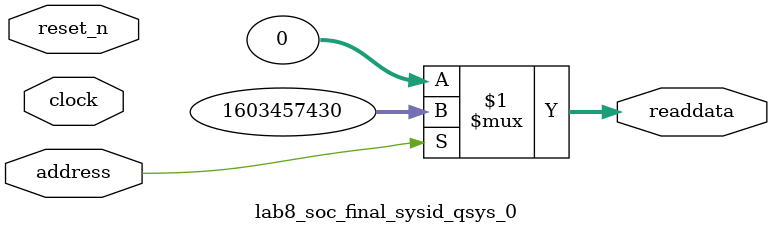
<source format=v>



// synthesis translate_off
`timescale 1ns / 1ps
// synthesis translate_on

// turn off superfluous verilog processor warnings 
// altera message_level Level1 
// altera message_off 10034 10035 10036 10037 10230 10240 10030 

module lab8_soc_final_sysid_qsys_0 (
               // inputs:
                address,
                clock,
                reset_n,

               // outputs:
                readdata
             )
;

  output  [ 31: 0] readdata;
  input            address;
  input            clock;
  input            reset_n;

  wire    [ 31: 0] readdata;
  //control_slave, which is an e_avalon_slave
  assign readdata = address ? 1603457430 : 0;

endmodule



</source>
